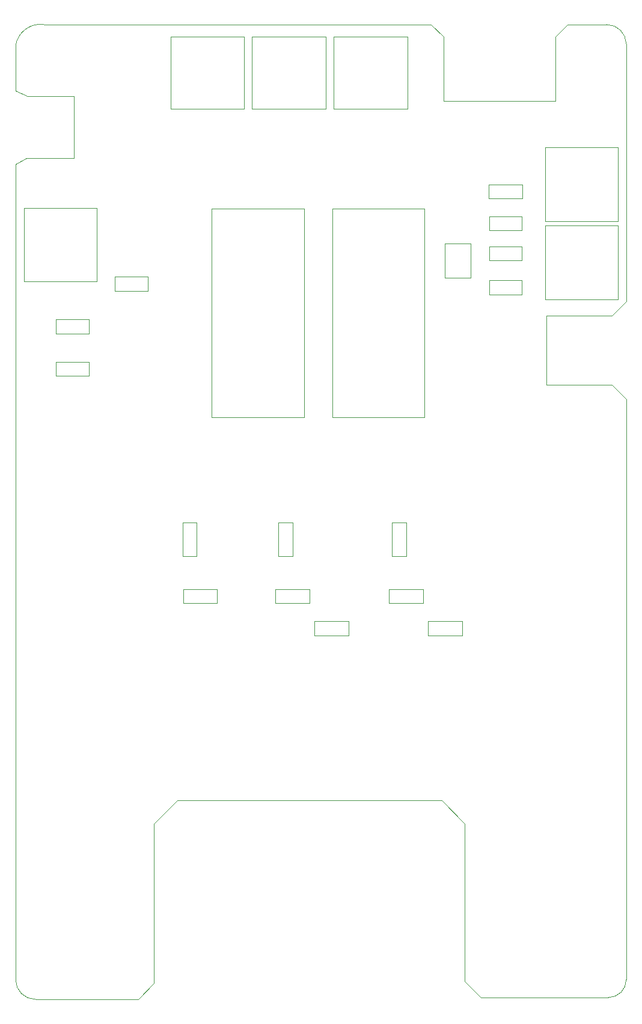
<source format=gbr>
G04 #@! TF.FileFunction,Other,User*
%FSLAX46Y46*%
G04 Gerber Fmt 4.6, Leading zero omitted, Abs format (unit mm)*
G04 Created by KiCad (PCBNEW 4.0.7-e1-6374~58~ubuntu16.04.1) date Wed Aug  9 14:42:09 2017*
%MOMM*%
%LPD*%
G01*
G04 APERTURE LIST*
%ADD10C,0.100000*%
%ADD11C,0.050000*%
G04 APERTURE END LIST*
D10*
X86200000Y-51300000D02*
X86200000Y-42600000D01*
X78000000Y-52200000D02*
X79500000Y-51300000D01*
X79700000Y-42600000D02*
X78000000Y-41800000D01*
X164000000Y-35250000D02*
G75*
G03X161250000Y-32500000I-2750000J0D01*
G01*
X84000000Y-32500000D02*
X136500000Y-32500000D01*
X82000000Y-32500000D02*
X84000000Y-32500000D01*
X81999999Y-32500000D02*
G75*
G03X78000000Y-35500000I-499999J-3500000D01*
G01*
X78000000Y-41800000D02*
X78000000Y-35500000D01*
X79500000Y-51300000D02*
X86200000Y-51300000D01*
X78000000Y-167000000D02*
X78000000Y-52200000D01*
X78000000Y-167000000D02*
G75*
G03X80750000Y-169750000I2750000J0D01*
G01*
X97500000Y-167500000D02*
X95250000Y-169750000D01*
X161500000Y-169500000D02*
G75*
G03X164000000Y-167000000I0J2500000D01*
G01*
X138000000Y-141750000D02*
X100750000Y-141750000D01*
X141250000Y-145000000D02*
X138000000Y-141750000D01*
X141250000Y-167250000D02*
X141250000Y-145000000D01*
X95250000Y-169750000D02*
X80750000Y-169750000D01*
X97500000Y-145000000D02*
X97500000Y-167500000D01*
X100750000Y-141750000D02*
X97500000Y-145000000D01*
X143500000Y-169500000D02*
X141250000Y-167250000D01*
X161500000Y-169500000D02*
X143500000Y-169500000D01*
X164000000Y-85250000D02*
X164000000Y-167000000D01*
X162000000Y-83250000D02*
X164000000Y-85250000D01*
X152750000Y-83250000D02*
X162000000Y-83250000D01*
X152750000Y-73500000D02*
X152750000Y-83250000D01*
X162000000Y-73500000D02*
X152750000Y-73500000D01*
X164000000Y-71500000D02*
X162000000Y-73500000D01*
X164000000Y-35250000D02*
X164000000Y-71500000D01*
X155750000Y-32500000D02*
X161250000Y-32500000D01*
X155500000Y-32750000D02*
X155750000Y-32500000D01*
X154000000Y-34250000D02*
X155500000Y-32750000D01*
X154000000Y-35250000D02*
X154000000Y-34250000D01*
X154000000Y-43250000D02*
X154000000Y-35250000D01*
X138250000Y-43250000D02*
X154000000Y-43250000D01*
X138250000Y-34250000D02*
X138250000Y-43250000D01*
X136500000Y-32500000D02*
X138250000Y-34250000D01*
X86200000Y-42600000D02*
X79700000Y-42600000D01*
D11*
X152600000Y-60200000D02*
X152600000Y-49800000D01*
X162800000Y-60200000D02*
X152600000Y-60200000D01*
X162800000Y-49800000D02*
X162800000Y-60200000D01*
X152600000Y-49800000D02*
X162800000Y-49800000D01*
X122600000Y-87800000D02*
X135600000Y-87800000D01*
X122600000Y-58400000D02*
X135600000Y-58400000D01*
X122600000Y-87800000D02*
X122600000Y-58400000D01*
X135600000Y-58400000D02*
X135600000Y-87800000D01*
X105600000Y-87800000D02*
X118600000Y-87800000D01*
X105600000Y-58400000D02*
X118600000Y-58400000D01*
X105600000Y-87800000D02*
X105600000Y-58400000D01*
X118600000Y-58400000D02*
X118600000Y-87800000D01*
X89400000Y-58300000D02*
X89400000Y-68700000D01*
X79200000Y-58300000D02*
X89400000Y-58300000D01*
X79200000Y-68700000D02*
X79200000Y-58300000D01*
X89400000Y-68700000D02*
X79200000Y-68700000D01*
X152600000Y-71200000D02*
X152600000Y-60800000D01*
X162800000Y-71200000D02*
X152600000Y-71200000D01*
X162800000Y-60800000D02*
X162800000Y-71200000D01*
X152600000Y-60800000D02*
X162800000Y-60800000D01*
X110200000Y-44400000D02*
X99800000Y-44400000D01*
X110200000Y-34200000D02*
X110200000Y-44400000D01*
X99800000Y-34200000D02*
X110200000Y-34200000D01*
X99800000Y-44400000D02*
X99800000Y-34200000D01*
X121700000Y-44400000D02*
X111300000Y-44400000D01*
X121700000Y-34200000D02*
X121700000Y-44400000D01*
X111300000Y-34200000D02*
X121700000Y-34200000D01*
X111300000Y-44400000D02*
X111300000Y-34200000D01*
X133200000Y-44400000D02*
X122800000Y-44400000D01*
X133200000Y-34200000D02*
X133200000Y-44400000D01*
X122800000Y-34200000D02*
X133200000Y-34200000D01*
X122800000Y-44400000D02*
X122800000Y-34200000D01*
X142050000Y-63370000D02*
X142050000Y-68130000D01*
X142050000Y-63370000D02*
X138450000Y-63370000D01*
X138450000Y-68130000D02*
X142050000Y-68130000D01*
X138450000Y-68130000D02*
X138450000Y-63370000D01*
X149300000Y-61500000D02*
X144700000Y-61500000D01*
X149300000Y-59500000D02*
X144700000Y-59500000D01*
X149300000Y-61500000D02*
X149300000Y-59500000D01*
X144700000Y-61500000D02*
X144700000Y-59500000D01*
X92000000Y-68000000D02*
X96600000Y-68000000D01*
X92000000Y-70000000D02*
X96600000Y-70000000D01*
X92000000Y-68000000D02*
X92000000Y-70000000D01*
X96600000Y-68000000D02*
X96600000Y-70000000D01*
X83700000Y-74000000D02*
X88300000Y-74000000D01*
X83700000Y-76000000D02*
X88300000Y-76000000D01*
X83700000Y-74000000D02*
X83700000Y-76000000D01*
X88300000Y-74000000D02*
X88300000Y-76000000D01*
X149300000Y-65750000D02*
X144700000Y-65750000D01*
X149300000Y-63750000D02*
X144700000Y-63750000D01*
X149300000Y-65750000D02*
X149300000Y-63750000D01*
X144700000Y-65750000D02*
X144700000Y-63750000D01*
X83700000Y-80000000D02*
X88300000Y-80000000D01*
X83700000Y-82000000D02*
X88300000Y-82000000D01*
X83700000Y-80000000D02*
X83700000Y-82000000D01*
X88300000Y-80000000D02*
X88300000Y-82000000D01*
X149300000Y-70500000D02*
X144700000Y-70500000D01*
X149300000Y-68500000D02*
X144700000Y-68500000D01*
X149300000Y-70500000D02*
X149300000Y-68500000D01*
X144700000Y-70500000D02*
X144700000Y-68500000D01*
X144600000Y-55000000D02*
X149400000Y-55000000D01*
X144600000Y-57000000D02*
X149400000Y-57000000D01*
X144600000Y-55000000D02*
X144600000Y-57000000D01*
X149400000Y-55000000D02*
X149400000Y-57000000D01*
X115000000Y-107400000D02*
X115000000Y-102600000D01*
X117000000Y-107400000D02*
X117000000Y-102600000D01*
X115000000Y-107400000D02*
X117000000Y-107400000D01*
X115000000Y-102600000D02*
X117000000Y-102600000D01*
X131000000Y-107400000D02*
X131000000Y-102600000D01*
X133000000Y-107400000D02*
X133000000Y-102600000D01*
X131000000Y-107400000D02*
X133000000Y-107400000D01*
X131000000Y-102600000D02*
X133000000Y-102600000D01*
X119400000Y-114000000D02*
X114600000Y-114000000D01*
X119400000Y-112000000D02*
X114600000Y-112000000D01*
X119400000Y-114000000D02*
X119400000Y-112000000D01*
X114600000Y-114000000D02*
X114600000Y-112000000D01*
X135400000Y-114000000D02*
X130600000Y-114000000D01*
X135400000Y-112000000D02*
X130600000Y-112000000D01*
X135400000Y-114000000D02*
X135400000Y-112000000D01*
X130600000Y-114000000D02*
X130600000Y-112000000D01*
X140900000Y-118500000D02*
X136100000Y-118500000D01*
X140900000Y-116500000D02*
X136100000Y-116500000D01*
X140900000Y-118500000D02*
X140900000Y-116500000D01*
X136100000Y-118500000D02*
X136100000Y-116500000D01*
X124900000Y-118500000D02*
X120100000Y-118500000D01*
X124900000Y-116500000D02*
X120100000Y-116500000D01*
X124900000Y-118500000D02*
X124900000Y-116500000D01*
X120100000Y-118500000D02*
X120100000Y-116500000D01*
X106400000Y-114000000D02*
X101600000Y-114000000D01*
X106400000Y-112000000D02*
X101600000Y-112000000D01*
X106400000Y-114000000D02*
X106400000Y-112000000D01*
X101600000Y-114000000D02*
X101600000Y-112000000D01*
X103500000Y-102600000D02*
X103500000Y-107400000D01*
X101500000Y-102600000D02*
X101500000Y-107400000D01*
X103500000Y-102600000D02*
X101500000Y-102600000D01*
X103500000Y-107400000D02*
X101500000Y-107400000D01*
M02*

</source>
